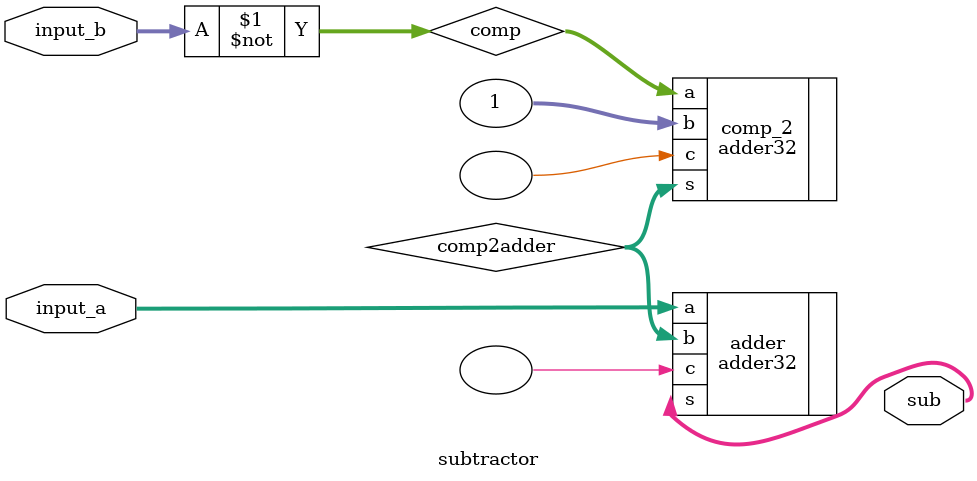
<source format=v>
module subtractor(input_a, input_b, sub);
    input[31:0] input_a, input_b;
    output[31:0] sub;
    wire[31:0] comp;
    wire[31:0] comp2adder;

    adder32 comp_2(
        .a(comp),
        .b(32'h00000001),
        .s(comp2adder),
        .c()
    );

    adder32 adder(
        .a(input_a),
        .b(comp2adder),
        .s(sub),
        .c()
    );

    assign comp = ~input_b;

endmodule
</source>
